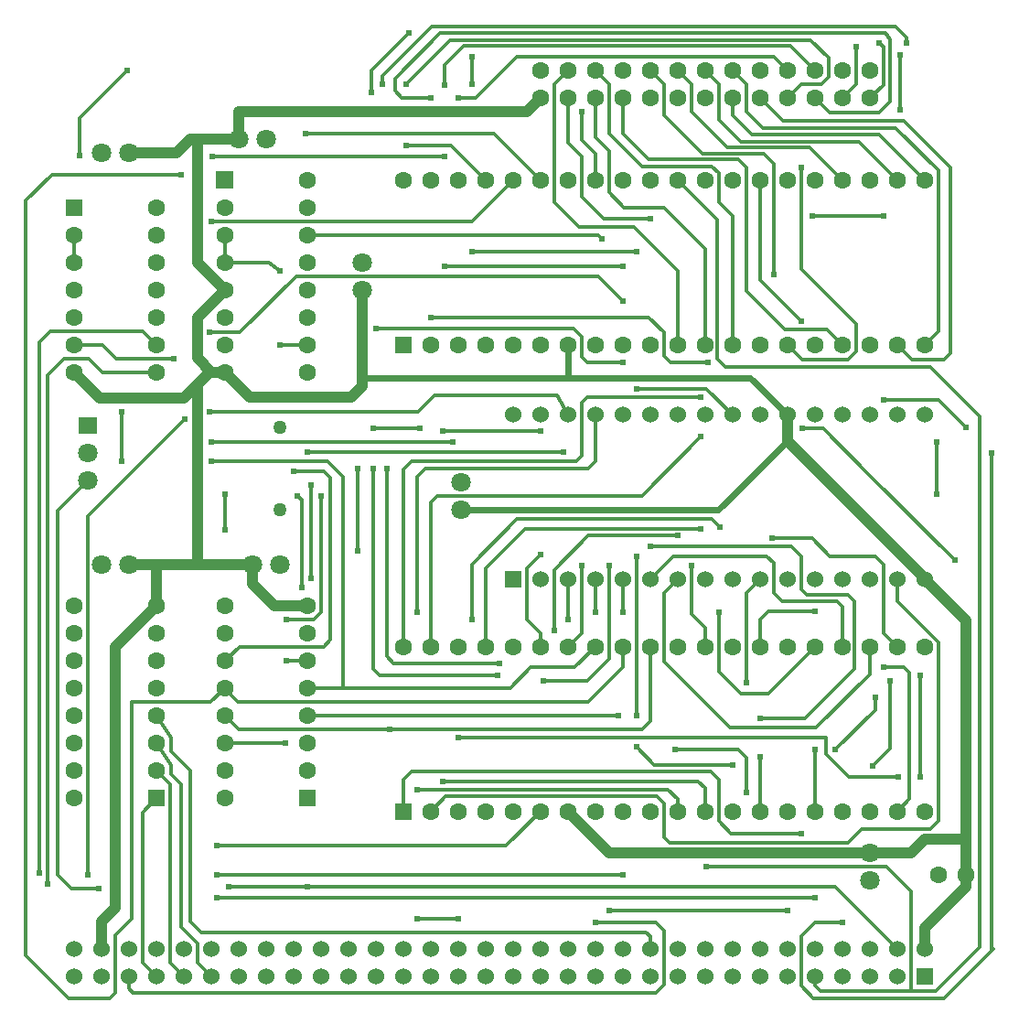
<source format=gtl>
G04 Layer: TopLayer*
G04 EasyEDA v6.4.7, 2020-09-22T21:54:33+03:00*
G04 a7765446d15b4be3966cb18223edfad2,4ad0dc2c7e0b4634a5fc6f66180d8695,10*
G04 Gerber Generator version 0.2*
G04 Scale: 100 percent, Rotated: No, Reflected: No *
G04 Dimensions in millimeters *
G04 leading zeros omitted , absolute positions ,3 integer and 3 decimal *
%FSLAX33Y33*%
%MOMM*%
G90*
D02*

%ADD11C,0.299999*%
%ADD12C,0.999998*%
%ADD13C,0.599999*%
%ADD14C,0.609600*%
%ADD15C,1.799996*%
%ADD16R,1.799996X1.574800*%
%ADD17C,1.599997*%
%ADD18R,1.599997X1.599997*%
%ADD19R,1.600200X1.600200*%
%ADD20C,1.600200*%
%ADD21C,1.270000*%
%ADD22R,1.524000X1.524000*%
%ADD23C,1.524000*%

%LPD*%
G54D11*
G01X29591Y50546D02*
G01X29591Y41910D01*
G01X28321Y49530D02*
G01X28702Y49149D01*
G01X28702Y41021D01*
G01X83185Y32385D02*
G01X83185Y29083D01*
G01X83185Y26162D01*
G01X81534Y24511D01*
G54D12*
G01X90170Y14478D02*
G01X90170Y17780D01*
G01X86360Y17780D01*
G01X85090Y16510D01*
G01X81280Y16510D01*
G01X90170Y17780D02*
G01X90170Y37973D01*
G01X86360Y41783D01*
G01X73660Y54610D02*
G01X73660Y57023D01*
G01X19050Y82550D02*
G01X18415Y82550D01*
G01X17145Y81280D01*
G01X12700Y81280D01*
G01X22860Y82550D02*
G01X22860Y85090D01*
G01X49530Y85090D01*
G01X50800Y86360D01*
G01X18993Y59760D02*
G01X19050Y59703D01*
G01X19050Y43180D01*
G01X24130Y43180D01*
G01X15285Y43180D02*
G01X15240Y43134D01*
G01X15240Y39370D01*
G01X19050Y43180D02*
G01X12700Y43180D01*
G54D11*
G01X48260Y78740D02*
G01X44450Y74930D01*
G01X40513Y74930D01*
G01X27813Y74930D01*
G01X20320Y74930D01*
G01X46863Y32893D02*
G01X41148Y32893D01*
G01X35941Y32893D01*
G01X35306Y33528D01*
G01X35306Y35179D01*
G01X35306Y45085D01*
G01X35306Y52070D01*
G01X35306Y55753D02*
G01X39624Y55753D01*
G01X46990Y34036D02*
G01X37211Y34036D01*
G01X36576Y34671D01*
G01X36576Y48514D01*
G01X36576Y52070D01*
G01X74930Y65659D02*
G01X71114Y69469D01*
G01X71114Y78740D01*
G01X76200Y38862D02*
G01X71882Y38862D01*
G01X71114Y38094D01*
G01X71114Y35560D01*
G01X59690Y29210D02*
G01X59690Y43942D01*
G01X44450Y90170D02*
G01X44450Y87630D01*
G01X44450Y72136D02*
G01X51435Y72136D01*
G01X59690Y72136D01*
G01X20447Y80899D02*
G01X31877Y80899D01*
G01X41910Y80899D01*
G01X41910Y70739D02*
G01X58420Y70739D01*
G01X53340Y35560D02*
G01X54610Y36830D01*
G01X54610Y43053D01*
G01X57150Y36576D02*
G01X57150Y43053D01*
G01X58420Y14478D02*
G01X20828Y14478D01*
G01X87503Y54483D02*
G01X87503Y49657D01*
G01X85979Y32893D02*
G01X85979Y23495D01*
G01X83820Y20320D02*
G01X84963Y21463D01*
G01X84963Y26670D01*
G01X84963Y33147D01*
G01X84455Y33655D01*
G01X82550Y33655D01*
G01X71120Y41783D02*
G01X69850Y40513D01*
G01X69850Y37846D01*
G01X69850Y32258D01*
G01X58420Y38735D02*
G01X58420Y41783D01*
G01X69850Y22098D02*
G01X69850Y25273D01*
G01X69088Y26035D01*
G01X63246Y26035D01*
G01X71120Y25400D02*
G01X71120Y20320D01*
G01X73660Y11176D02*
G01X67183Y11176D01*
G01X57150Y11176D01*
G01X40640Y40640D02*
G01X40640Y48895D01*
G01X41275Y49530D01*
G01X60198Y49530D01*
G01X65659Y54991D01*
G01X76200Y20320D02*
G01X76200Y26035D01*
G01X89154Y43561D02*
G01X81153Y51562D01*
G01X76962Y55753D01*
G01X75057Y55753D01*
G01X33909Y52070D02*
G01X33909Y44450D01*
G01X41783Y23114D02*
G01X65405Y23114D01*
G01X66040Y22479D01*
G01X66040Y20320D01*
G01X53340Y41783D02*
G01X53340Y38100D01*
G01X55880Y41783D02*
G01X55880Y38735D01*
G01X52959Y53594D02*
G01X29210Y53594D01*
G01X68580Y57023D02*
G01X66167Y59436D01*
G01X59690Y59436D01*
G01X50800Y20320D02*
G01X47625Y17145D01*
G01X20828Y17145D01*
G01X49530Y38100D02*
G01X49530Y42799D01*
G01X50800Y44069D01*
G01X50800Y55499D02*
G01X41783Y55499D01*
G01X50800Y78740D02*
G01X46482Y83058D01*
G01X41402Y83058D01*
G01X29083Y83058D01*
G01X21590Y49657D02*
G01X21590Y46355D01*
G01X75946Y75438D02*
G01X82550Y75438D01*
G01X84074Y85217D02*
G01X84074Y90297D01*
G01X82169Y91440D02*
G01X82550Y91059D01*
G01X82550Y87503D01*
G01X81280Y86360D01*
G01X80010Y91059D02*
G01X80010Y87630D01*
G01X78740Y86360D01*
G01X38354Y81915D02*
G01X42545Y81915D01*
G01X45720Y78740D01*
G01X8128Y81026D02*
G01X8128Y84455D01*
G01X12573Y88900D01*
G01X43180Y10414D02*
G01X39370Y10414D01*
G01X63500Y20320D02*
G01X63500Y21463D01*
G01X62611Y22352D01*
G01X39370Y22352D01*
G01X54610Y85090D02*
G01X54610Y82423D01*
G01X55880Y81153D01*
G01X55880Y78740D01*
G01X55880Y88900D02*
G01X57150Y87630D01*
G01X57150Y83058D01*
G01X60198Y80010D01*
G01X66675Y80010D01*
G01X67310Y79375D01*
G01X67310Y76708D01*
G01X68580Y75438D01*
G01X68580Y63500D01*
G01X74930Y79883D02*
G01X74930Y70485D01*
G01X80010Y65405D01*
G01X80010Y62865D01*
G01X79248Y62103D01*
G01X75057Y62103D01*
G01X73660Y63500D01*
G01X52324Y58801D02*
G01X53340Y57023D01*
G01X39370Y38735D02*
G01X39370Y51308D01*
G01X40132Y52070D01*
G01X55245Y52070D01*
G01X55880Y52705D01*
G01X55880Y57023D01*
G01X65659Y58674D02*
G01X55118Y58674D01*
G01X54610Y58166D01*
G01X54610Y53213D01*
G01X54102Y52705D01*
G01X38862Y52705D01*
G01X38100Y51943D01*
G01X38100Y40640D01*
G01X60960Y41783D02*
G01X63119Y43942D01*
G01X71755Y43942D01*
G01X72390Y43307D01*
G01X72390Y40513D01*
G01X73152Y39751D01*
G01X78232Y39751D01*
G01X78734Y39248D01*
G01X78734Y35560D01*
G01X72263Y45593D02*
G01X75946Y45593D01*
G01X77597Y43942D01*
G01X81788Y43942D01*
G01X82550Y43180D01*
G01X82550Y36830D01*
G01X83817Y35560D01*
G01X60960Y44831D02*
G01X74041Y44831D01*
G01X74930Y43942D01*
G01X74930Y40894D01*
G01X75438Y40386D01*
G01X79248Y40386D01*
G01X79883Y39751D01*
G01X79883Y33528D01*
G01X75311Y28956D01*
G01X71120Y28956D01*
G01X83820Y41783D02*
G01X83820Y39751D01*
G01X87630Y35941D01*
G01X87630Y19431D01*
G01X86868Y18669D01*
G01X80518Y18669D01*
G01X79248Y17399D01*
G01X62738Y17399D01*
G01X62230Y17907D01*
G01X62230Y21082D01*
G01X61595Y21717D01*
G01X42037Y21717D01*
G01X40640Y20320D01*
G01X76200Y5080D02*
G01X76200Y4191D01*
G01X76708Y3683D01*
G01X85090Y3683D01*
G01X85090Y12954D01*
G01X82804Y15240D01*
G01X66167Y15240D01*
G01X12700Y5080D02*
G01X12700Y3937D01*
G01X13081Y3556D01*
G01X61468Y3556D01*
G01X62230Y4318D01*
G01X62230Y9271D01*
G01X61468Y10033D01*
G01X55880Y10033D01*
G01X40640Y66040D02*
G01X60833Y66040D01*
G01X62230Y64643D01*
G01X62230Y62484D01*
G01X62865Y61849D01*
G01X66294Y61849D01*
G01X53340Y82169D02*
G01X53340Y86360D01*
G01X78734Y78740D02*
G01X75686Y81788D01*
G01X68072Y81788D01*
G01X64770Y85090D01*
G01X64770Y87630D01*
G01X63500Y88900D01*
G01X62230Y84709D02*
G01X65786Y81153D01*
G01X71501Y81153D01*
G01X72390Y80264D01*
G01X72390Y69977D01*
G54D13*
G01X73660Y57023D02*
G01X70231Y60452D01*
G01X34290Y60452D01*
G01X34290Y60960D01*
G01X53355Y60452D02*
G01X53340Y63500D01*
G54D12*
G01X86360Y41783D02*
G01X86360Y41910D01*
G01X73660Y54610D01*
G54D13*
G01X73660Y54610D02*
G01X67264Y48260D01*
G01X43434Y48260D01*
G54D11*
G01X78740Y63500D02*
G01X77343Y64897D01*
G01X73406Y64897D01*
G01X69850Y68453D01*
G01X69850Y79883D01*
G01X69088Y80645D01*
G01X60833Y80645D01*
G01X58420Y83058D01*
G01X58420Y86360D01*
G01X63500Y63500D02*
G01X63500Y70358D01*
G01X59436Y74422D01*
G01X54356Y74422D01*
G01X52070Y76708D01*
G01X52070Y87630D01*
G01X53340Y88900D01*
G01X53340Y82169D02*
G01X54610Y80899D01*
G01X54610Y77216D01*
G01X56642Y75184D01*
G01X60960Y75184D01*
G01X66040Y63500D02*
G01X66040Y72390D01*
G01X62230Y76200D01*
G01X58547Y76200D01*
G01X57150Y77597D01*
G01X57150Y81407D01*
G01X55880Y82677D01*
G01X55880Y86360D01*
G01X76194Y35560D02*
G01X71876Y31242D01*
G01X69342Y31242D01*
G01X67310Y33274D01*
G01X67310Y38735D01*
G01X78105Y26035D02*
G01X81788Y29718D01*
G01X81788Y30861D01*
G01X84328Y3683D02*
G01X87376Y3683D01*
G01X91440Y7747D01*
G01X91440Y56896D01*
G01X86868Y61468D01*
G01X67945Y61468D01*
G01X67183Y62230D01*
G01X67183Y75057D01*
G01X63500Y78740D01*
G01X82550Y58420D02*
G01X87630Y58420D01*
G01X90170Y55880D01*
G01X51054Y32385D02*
G01X55118Y32385D01*
G01X57150Y34417D01*
G01X57150Y36576D01*
G54D12*
G01X81280Y16510D02*
G01X57150Y16510D01*
G01X53340Y20320D01*
G54D11*
G01X52070Y37084D02*
G01X52070Y42672D01*
G01X55245Y45847D01*
G01X63500Y45847D01*
G01X49530Y38100D02*
G01X50800Y36830D01*
G01X50800Y35560D01*
G01X40640Y40640D02*
G01X40640Y35560D01*
G01X38100Y40640D02*
G01X38100Y35560D01*
G01X45720Y35560D02*
G01X45720Y42799D01*
G01X49403Y46482D01*
G01X65659Y46482D01*
G01X67437Y46609D02*
G01X66675Y47371D01*
G01X48641Y47371D01*
G01X44450Y43180D01*
G01X44450Y38100D01*
G01X62230Y84709D02*
G01X62230Y87630D01*
G01X60960Y88900D01*
G01X64770Y43053D02*
G01X64770Y38608D01*
G01X66040Y37338D01*
G01X66040Y35560D01*
G01X83947Y23495D02*
G01X79375Y23495D01*
G01X77216Y25654D01*
G01X77216Y27178D01*
G01X43180Y27178D01*
G54D12*
G01X86360Y7620D02*
G01X86360Y9525D01*
G01X90170Y13335D01*
G01X90170Y14478D01*
G54D11*
G01X92583Y53467D02*
G01X92583Y7620D01*
G01X92710Y7620D01*
G01X88138Y3048D01*
G01X76073Y3048D01*
G01X74930Y4191D01*
G01X74930Y8763D01*
G01X76200Y10033D01*
G01X78740Y10033D01*
G01X36830Y27940D02*
G01X60198Y27940D01*
G01X60960Y28702D01*
G01X60960Y35560D01*
G01X68574Y24643D02*
G01X68569Y24638D01*
G01X61341Y24638D01*
G01X59690Y26289D01*
G01X81274Y35560D02*
G01X81274Y33014D01*
G01X76327Y28067D01*
G01X68326Y28067D01*
G01X62230Y34163D01*
G01X62230Y40513D01*
G01X63500Y41783D01*
G01X26670Y63500D02*
G01X28953Y63500D01*
G01X38862Y24003D02*
G01X66548Y24003D01*
G01X67310Y23241D01*
G01X67310Y19431D01*
G01X68453Y18288D01*
G01X74930Y18288D01*
G01X38100Y20320D02*
G01X38100Y23253D01*
G01X38862Y24003D01*
G01X35179Y86868D02*
G01X35179Y88900D01*
G01X38608Y92329D01*
G01X73660Y88900D02*
G01X72390Y90170D01*
G01X48641Y90170D01*
G01X44831Y86360D01*
G01X43180Y86360D01*
G01X58420Y61849D02*
G01X55118Y61849D01*
G01X54610Y62357D01*
G01X54610Y64262D01*
G01X53848Y65024D01*
G01X35560Y65024D01*
G01X83817Y78740D02*
G01X80261Y82296D01*
G01X69342Y82296D01*
G01X67310Y84328D01*
G01X67310Y87630D01*
G01X66040Y88900D01*
G01X68580Y88900D02*
G01X69850Y87630D01*
G01X69850Y85090D01*
G01X71374Y83566D01*
G01X83693Y83566D01*
G01X87630Y79629D01*
G01X87630Y64770D01*
G01X86360Y63500D01*
G01X83820Y63500D02*
G01X85217Y62103D01*
G01X88138Y62103D01*
G01X88773Y62738D01*
G01X88773Y79883D01*
G01X84455Y84201D01*
G01X73279Y84201D01*
G01X71120Y86360D01*
G01X68580Y86360D02*
G01X68580Y84709D01*
G01X70358Y82931D01*
G01X82163Y82931D01*
G01X86354Y78740D01*
G01X73660Y86360D02*
G01X74930Y87630D01*
G01X76835Y87630D01*
G01X77470Y88265D01*
G01X77470Y90043D01*
G01X75819Y91694D01*
G01X42418Y91694D01*
G01X38354Y87630D01*
G01X76200Y86360D02*
G01X77597Y84963D01*
G01X82169Y84963D01*
G01X83185Y85979D01*
G01X83185Y91770D01*
G01X41910Y87503D02*
G01X41910Y89408D01*
G01X43688Y91186D01*
G01X73914Y91186D01*
G01X76200Y88900D01*
G01X27178Y26670D02*
G01X21588Y26668D01*
G01X36830Y27940D02*
G01X22860Y27940D01*
G01X21588Y29208D01*
G01X58420Y35560D02*
G01X58420Y33655D01*
G01X55245Y30480D01*
G01X22771Y30480D01*
G01X21501Y31750D01*
G01X27940Y51816D02*
G01X30734Y51816D01*
G01X31369Y51181D01*
G01X31369Y36195D01*
G01X30734Y35560D01*
G01X22987Y35560D01*
G01X21588Y34288D01*
G01X55880Y35560D02*
G01X53975Y33655D01*
G01X49911Y33655D01*
G01X48006Y31750D01*
G01X29208Y31748D01*
G01X58039Y29210D02*
G01X29208Y29208D01*
G01X15240Y5080D02*
G01X13970Y6350D01*
G01X13970Y20193D01*
G01X15240Y21590D01*
G01X17780Y5080D02*
G01X16510Y6350D01*
G01X16510Y22860D01*
G01X15240Y24130D01*
G54D12*
G01X15240Y39370D02*
G01X11430Y35560D01*
G01X11430Y11430D01*
G01X10160Y10160D01*
G01X10160Y7620D01*
G54D11*
G01X16891Y62230D02*
G01X11557Y62230D01*
G01X10287Y63500D01*
G01X7620Y63500D01*
G54D12*
G01X21592Y60960D02*
G01X20193Y60960D01*
G01X17780Y58547D01*
G01X10033Y58547D01*
G01X7620Y60960D01*
G54D11*
G01X8890Y14478D02*
G01X8890Y47625D01*
G01X17907Y56642D01*
G54D12*
G01X34290Y68580D02*
G01X34290Y59690D01*
G01X33274Y58674D01*
G01X23878Y58674D01*
G01X21592Y60960D01*
G54D11*
G01X56515Y73279D02*
G01X56134Y73660D01*
G01X29209Y73659D01*
G01X21593Y73660D02*
G01X21593Y71120D01*
G01X26670Y70358D02*
G01X25643Y71120D01*
G01X21592Y71120D01*
G54D12*
G01X21593Y68580D02*
G01X19050Y71123D01*
G01X19050Y82550D01*
G01X22860Y82550D01*
G01X20335Y60960D02*
G01X19050Y62245D01*
G01X19050Y66040D01*
G01X21593Y68580D01*
G54D11*
G01X20320Y5080D02*
G01X19050Y6350D01*
G01X19050Y8128D01*
G01X17526Y9652D01*
G01X17526Y22860D01*
G01X16639Y23746D01*
G01X16639Y24571D01*
G01X15240Y26670D01*
G01X15240Y29210D02*
G01X16637Y27178D01*
G01X16637Y25908D01*
G01X18415Y24130D01*
G01X18415Y10160D01*
G01X19431Y9144D01*
G01X60579Y9144D01*
G01X60960Y8763D01*
G01X60960Y7620D01*
G01X4445Y14605D02*
G01X4445Y63754D01*
G01X5461Y64770D01*
G01X13970Y64770D01*
G01X15240Y63500D01*
G01X5207Y13589D02*
G01X5207Y60706D01*
G01X6731Y62230D01*
G01X9017Y62230D01*
G01X10287Y60960D01*
G01X15240Y60960D01*
G01X42672Y54483D02*
G01X20320Y54483D01*
G01X76200Y12319D02*
G01X20828Y12319D01*
G01X83820Y7620D02*
G01X78105Y13335D01*
G01X21971Y13335D01*
G01X9906Y13208D02*
G01X7366Y13208D01*
G01X6096Y14478D01*
G01X6096Y48133D01*
G01X8890Y50927D01*
G01X7620Y73660D02*
G01X7620Y71120D01*
G01X27305Y34290D02*
G01X27306Y34288D01*
G01X29209Y34288D01*
G01X32490Y31748D02*
G01X32512Y31770D01*
G01X32512Y51308D01*
G01X31115Y52705D01*
G01X20320Y52705D01*
G01X12065Y57277D02*
G01X12065Y52705D01*
G01X12954Y30480D02*
G01X20230Y30480D01*
G01X21588Y31748D01*
G01X27288Y38100D02*
G01X29845Y38100D01*
G01X30480Y38735D01*
G01X30480Y49530D01*
G54D12*
G01X24130Y43180D02*
G01X24130Y41402D01*
G01X26164Y39367D01*
G01X29210Y39367D01*
G54D11*
G01X12954Y30480D02*
G01X12954Y10414D01*
G01X11430Y8890D01*
G01X11430Y3556D01*
G01X10922Y3048D01*
G01X7112Y3048D01*
G01X3175Y6985D01*
G01X3175Y76835D01*
G01X5588Y79248D01*
G01X17526Y79248D01*
G01X52324Y58801D02*
G01X41021Y58801D01*
G01X39497Y57277D01*
G01X20193Y57277D01*
G01X20193Y64643D02*
G01X22987Y64643D01*
G01X28194Y69850D01*
G01X56134Y69850D01*
G01X58420Y67564D01*
G01X36195Y87630D02*
G01X36195Y88392D01*
G01X40767Y92964D01*
G01X83693Y92964D01*
G01X84709Y91948D01*
G01X84709Y91440D01*
G01X83185Y91770D02*
G01X82727Y92329D01*
G01X41529Y92329D01*
G01X37338Y88138D01*
G01X37338Y86995D01*
G01X37973Y86360D01*
G01X40640Y86360D01*
G54D15*
G01X8890Y50927D03*
G01X8890Y53467D03*
G54D16*
G01X8890Y56007D03*
G54D17*
G01X38100Y78740D03*
G01X40640Y78740D03*
G01X43180Y78740D03*
G01X45720Y78740D03*
G01X48260Y78740D03*
G01X50800Y78740D03*
G01X53340Y78740D03*
G01X55880Y78740D03*
G01X58420Y78740D03*
G01X60960Y78740D03*
G01X63500Y78740D03*
G01X66040Y78740D03*
G01X68574Y78740D03*
G01X71114Y78740D03*
G01X73654Y78740D03*
G01X76194Y78740D03*
G01X78734Y78740D03*
G01X81274Y78740D03*
G01X83816Y78740D03*
G01X86354Y78740D03*
G01X86360Y63500D03*
G01X83820Y63500D03*
G01X81280Y63500D03*
G01X78740Y63500D03*
G01X76200Y63500D03*
G01X73660Y63500D03*
G01X71120Y63500D03*
G01X68580Y63500D03*
G01X66040Y63500D03*
G01X63500Y63500D03*
G01X60960Y63500D03*
G01X58420Y63500D03*
G01X55880Y63500D03*
G01X53340Y63500D03*
G01X50800Y63500D03*
G01X48260Y63500D03*
G01X45720Y63500D03*
G01X43180Y63500D03*
G01X40640Y63500D03*
G54D18*
G01X38100Y63500D03*
G54D17*
G01X7618Y21590D03*
G01X7618Y24130D03*
G01X7618Y26670D03*
G01X7618Y29210D03*
G01X7618Y31750D03*
G01X7618Y34290D03*
G01X7618Y36830D03*
G01X7618Y39370D03*
G01X15238Y39370D03*
G01X15238Y36830D03*
G01X15238Y34290D03*
G01X15238Y31750D03*
G01X15238Y29210D03*
G01X15238Y26670D03*
G01X15238Y24130D03*
G54D18*
G01X15238Y21590D03*
G54D17*
G01X21588Y21588D03*
G01X21588Y24128D03*
G01X21588Y26668D03*
G01X21588Y29208D03*
G01X21588Y31748D03*
G01X21588Y34288D03*
G01X21588Y36828D03*
G01X21588Y39368D03*
G01X29208Y39368D03*
G01X29208Y36828D03*
G01X29208Y34288D03*
G01X29208Y31748D03*
G01X29208Y29208D03*
G01X29208Y26668D03*
G01X29208Y24128D03*
G54D18*
G01X29208Y21588D03*
G54D17*
G01X29210Y78740D03*
G01X29210Y76200D03*
G01X29210Y73660D03*
G01X29210Y71120D03*
G01X29210Y68580D03*
G01X29210Y66040D03*
G01X29210Y63500D03*
G01X29210Y60960D03*
G01X21590Y60960D03*
G01X21590Y63500D03*
G01X21590Y66040D03*
G01X21590Y68580D03*
G01X21590Y71120D03*
G01X21590Y73660D03*
G01X21590Y76200D03*
G36*
G01X20790Y79539D02*
G01X22389Y79539D01*
G01X22389Y77940D01*
G01X20790Y77940D01*
G01X20790Y79539D01*
G37*
G54D19*
G01X7620Y76200D03*
G54D20*
G01X7620Y73660D03*
G01X7620Y66040D03*
G01X7620Y63500D03*
G01X7620Y71120D03*
G01X7620Y68580D03*
G01X7620Y60960D03*
G01X15240Y60960D03*
G01X15240Y63500D03*
G01X15240Y66040D03*
G01X15240Y68580D03*
G01X15240Y71120D03*
G01X15240Y73660D03*
G01X15240Y76200D03*
G54D17*
G01X38100Y35560D03*
G01X40640Y35560D03*
G01X43180Y35560D03*
G01X45720Y35560D03*
G01X48260Y35560D03*
G01X50800Y35560D03*
G01X53340Y35560D03*
G01X55880Y35560D03*
G01X58420Y35560D03*
G01X60960Y35560D03*
G01X63500Y35560D03*
G01X66040Y35560D03*
G01X68574Y35560D03*
G01X71114Y35560D03*
G01X73654Y35560D03*
G01X76194Y35560D03*
G01X78734Y35560D03*
G01X81274Y35560D03*
G01X83816Y35560D03*
G01X86354Y35560D03*
G01X86360Y20320D03*
G01X83820Y20320D03*
G01X81280Y20320D03*
G01X78740Y20320D03*
G01X76200Y20320D03*
G01X73660Y20320D03*
G01X71120Y20320D03*
G01X68580Y20320D03*
G01X66040Y20320D03*
G01X63500Y20320D03*
G01X60960Y20320D03*
G01X58420Y20320D03*
G01X55880Y20320D03*
G01X53340Y20320D03*
G01X50800Y20320D03*
G01X48260Y20320D03*
G01X45720Y20320D03*
G01X43180Y20320D03*
G01X40640Y20320D03*
G54D18*
G01X38100Y20320D03*
G54D21*
G01X26670Y55880D03*
G01X26670Y48260D03*
G54D15*
G01X12700Y81280D03*
G01X10160Y81280D03*
G01X22860Y82550D03*
G01X25400Y82550D03*
G01X43434Y48260D03*
G01X43434Y50800D03*
G01X12700Y43180D03*
G01X10160Y43180D03*
G01X24130Y43180D03*
G01X26670Y43180D03*
G01X81280Y16510D03*
G01X81280Y13970D03*
G54D22*
G01X86360Y5080D03*
G54D23*
G01X83820Y5080D03*
G01X81280Y5080D03*
G01X78740Y5080D03*
G01X76200Y5080D03*
G01X73660Y5080D03*
G01X71120Y5080D03*
G01X68580Y5080D03*
G01X66040Y5080D03*
G01X63500Y5080D03*
G01X60960Y5080D03*
G01X58420Y5080D03*
G01X55880Y5080D03*
G01X53340Y5080D03*
G01X50800Y5080D03*
G01X48260Y5080D03*
G01X45720Y5080D03*
G01X43180Y5080D03*
G01X40640Y5080D03*
G01X38100Y5080D03*
G01X35560Y5080D03*
G01X33020Y5080D03*
G01X30480Y5080D03*
G01X27940Y5080D03*
G01X25400Y5080D03*
G01X22860Y5080D03*
G01X20320Y5080D03*
G01X17780Y5080D03*
G01X15240Y5080D03*
G01X12700Y5080D03*
G01X10160Y5080D03*
G01X7620Y5080D03*
G01X86360Y7620D03*
G01X83820Y7620D03*
G01X81280Y7620D03*
G01X78740Y7620D03*
G01X76200Y7620D03*
G01X73660Y7620D03*
G01X71120Y7620D03*
G01X68580Y7620D03*
G01X66040Y7620D03*
G01X63500Y7620D03*
G01X60960Y7620D03*
G01X58420Y7620D03*
G01X55880Y7620D03*
G01X53340Y7620D03*
G01X50800Y7620D03*
G01X48260Y7620D03*
G01X45720Y7620D03*
G01X43180Y7620D03*
G01X40640Y7620D03*
G01X38100Y7620D03*
G01X35560Y7620D03*
G01X33020Y7620D03*
G01X30480Y7620D03*
G01X27940Y7620D03*
G01X25400Y7620D03*
G01X22860Y7620D03*
G01X20320Y7620D03*
G01X17780Y7620D03*
G01X15240Y7620D03*
G01X12700Y7620D03*
G01X10160Y7620D03*
G01X7620Y7620D03*
G54D17*
G01X50800Y86360D03*
G01X50800Y88900D03*
G01X53340Y86360D03*
G01X53340Y88900D03*
G01X55880Y86360D03*
G01X55880Y88900D03*
G01X58420Y86360D03*
G01X58420Y88900D03*
G01X60960Y86360D03*
G01X60960Y88900D03*
G01X63500Y86360D03*
G01X63500Y88900D03*
G01X66040Y86360D03*
G01X66040Y88900D03*
G01X68580Y86360D03*
G01X68580Y88900D03*
G01X71120Y86360D03*
G01X71120Y88900D03*
G01X73660Y86360D03*
G01X73660Y88900D03*
G01X76200Y86360D03*
G01X76200Y88900D03*
G01X78740Y86360D03*
G01X78740Y88900D03*
G01X81280Y86360D03*
G01X81280Y88900D03*
G01X87630Y14478D03*
G01X90170Y14478D03*
G54D22*
G01X48260Y41783D03*
G54D23*
G01X50800Y41783D03*
G01X53340Y41783D03*
G01X55880Y41783D03*
G01X58420Y41783D03*
G01X60960Y41783D03*
G01X63500Y41783D03*
G01X66040Y41783D03*
G01X68580Y41783D03*
G01X71120Y41783D03*
G01X73660Y41783D03*
G01X76200Y41783D03*
G01X78740Y41783D03*
G01X81280Y41783D03*
G01X83820Y41783D03*
G01X86360Y41783D03*
G01X86360Y57023D03*
G01X83820Y57023D03*
G01X81280Y57023D03*
G01X78740Y57023D03*
G01X76200Y57023D03*
G01X73660Y57023D03*
G01X71120Y57023D03*
G01X68580Y57023D03*
G01X66040Y57023D03*
G01X63500Y57023D03*
G01X60960Y57023D03*
G01X58420Y57023D03*
G01X55880Y57023D03*
G01X53340Y57023D03*
G01X50800Y57023D03*
G01X48260Y57023D03*
G54D15*
G01X34290Y68580D03*
G01X34290Y71120D03*
G54D14*
G01X12065Y57277D03*
G01X9906Y13208D03*
G01X20828Y12319D03*
G01X76200Y12319D03*
G01X8128Y81026D03*
G01X74930Y79883D03*
G01X60960Y75184D03*
G01X72390Y69977D03*
G01X38354Y81915D03*
G01X38354Y87630D03*
G01X43180Y86360D03*
G01X41910Y87503D03*
G01X40640Y86360D03*
G01X82169Y91440D03*
G01X84709Y91440D03*
G01X36195Y87630D03*
G01X84074Y90297D03*
G01X84074Y85217D03*
G01X82550Y75438D03*
G01X75946Y75438D03*
G01X66294Y61849D03*
G01X40640Y66040D03*
G01X80010Y91059D03*
G01X38608Y92329D03*
G01X35179Y86868D03*
G01X27178Y26670D03*
G01X28702Y41021D03*
G01X28321Y49530D03*
G01X30480Y49530D03*
G01X27940Y51816D03*
G01X26670Y63500D03*
G01X26670Y70358D03*
G01X29591Y41910D03*
G01X21590Y46355D03*
G01X21590Y49657D03*
G01X29083Y83058D03*
G01X41783Y55499D03*
G01X50800Y55499D03*
G01X50800Y44069D03*
G01X20320Y54483D03*
G01X42672Y54483D03*
G01X20828Y17145D03*
G01X56515Y73279D03*
G01X59690Y59436D03*
G01X20193Y57277D03*
G01X29210Y53594D03*
G01X52959Y53594D03*
G01X55880Y38735D03*
G01X53340Y38100D03*
G01X39370Y38735D03*
G01X39370Y22352D03*
G01X41783Y23114D03*
G01X33909Y44450D03*
G01X33909Y52070D03*
G01X35560Y65024D03*
G01X58420Y61849D03*
G01X75057Y55753D03*
G01X89154Y43561D03*
G01X81788Y30861D03*
G01X78105Y26035D03*
G01X76200Y26035D03*
G01X78740Y10033D03*
G01X92583Y53467D03*
G01X90170Y55880D03*
G01X82550Y58420D03*
G01X63500Y45847D03*
G01X52070Y37084D03*
G01X57150Y11176D03*
G01X73660Y11176D03*
G01X71120Y25400D03*
G01X71120Y28956D03*
G01X60960Y44831D03*
G01X72263Y45593D03*
G01X58420Y38735D03*
G01X67310Y38735D03*
G01X69850Y32258D03*
G01X82550Y33655D03*
G01X81534Y24511D03*
G01X83185Y32385D03*
G01X65659Y46482D03*
G01X43180Y27178D03*
G01X83947Y23495D03*
G01X85979Y23495D03*
G01X85979Y32893D03*
G01X65659Y54991D03*
G01X65659Y58674D03*
G01X74930Y18288D03*
G01X87503Y49657D03*
G01X87503Y54483D03*
G01X39370Y10414D03*
G01X43180Y10414D03*
G01X44450Y38100D03*
G01X67437Y46609D03*
G01X68574Y24643D03*
G01X20828Y14478D03*
G01X58420Y14478D03*
G01X58420Y67564D03*
G01X20193Y64643D03*
G01X17907Y56642D03*
G01X8890Y14478D03*
G01X57150Y43053D03*
G01X51054Y32385D03*
G01X55880Y10033D03*
G01X4445Y14605D03*
G01X5207Y13589D03*
G01X54610Y43053D03*
G01X58039Y29210D03*
G01X54610Y85090D03*
G01X12573Y88900D03*
G01X58420Y70739D03*
G01X41910Y70739D03*
G01X41910Y80899D03*
G01X20447Y80899D03*
G01X17526Y79248D03*
G01X63246Y26035D03*
G01X69850Y22098D03*
G01X59690Y72136D03*
G01X44450Y72136D03*
G01X44450Y87630D03*
G01X44450Y90170D03*
G01X36830Y27940D03*
G01X66167Y15240D03*
G01X64770Y43053D03*
G01X59690Y43942D03*
G01X59690Y29210D03*
G01X59690Y26289D03*
G01X76200Y38862D03*
G01X74930Y65659D03*
G01X39624Y55753D03*
G01X35306Y55753D03*
G01X35306Y52070D03*
G01X46863Y32893D03*
G01X16891Y62230D03*
G01X20320Y74930D03*
G01X36576Y52070D03*
G01X46990Y34036D03*
G01X29210Y13335D03*
G01X21971Y13335D03*
G01X27288Y38100D03*
G01X27305Y34290D03*
G01X20320Y52705D03*
G01X12065Y52705D03*
G01X29591Y50546D03*
M00*
M02*

</source>
